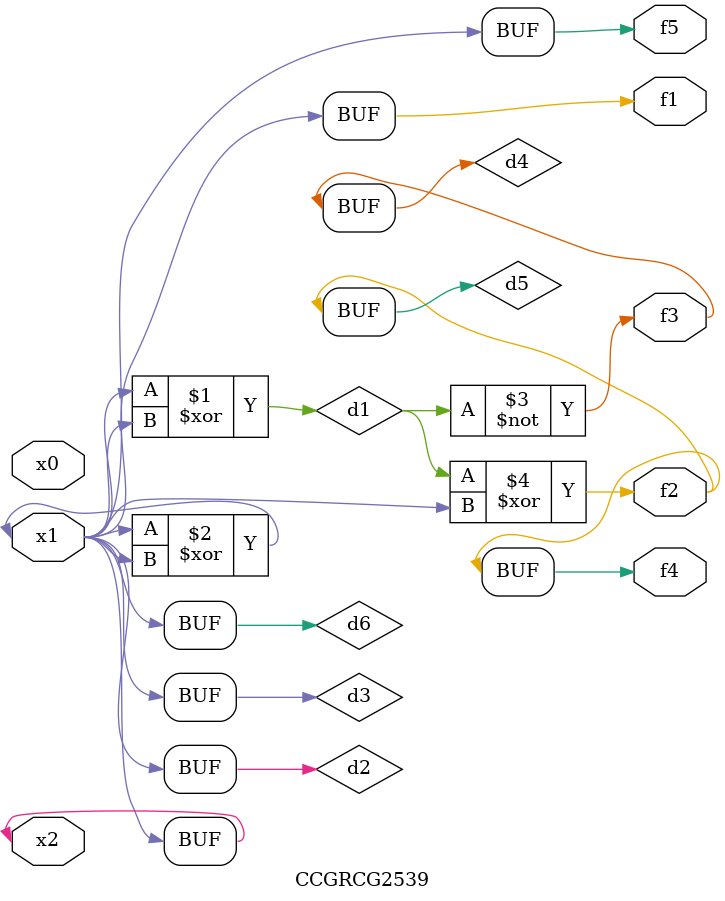
<source format=v>
module CCGRCG2539(
	input x0, x1, x2,
	output f1, f2, f3, f4, f5
);

	wire d1, d2, d3, d4, d5, d6;

	xor (d1, x1, x2);
	buf (d2, x1, x2);
	xor (d3, x1, x2);
	nor (d4, d1);
	xor (d5, d1, d2);
	buf (d6, d2, d3);
	assign f1 = d6;
	assign f2 = d5;
	assign f3 = d4;
	assign f4 = d5;
	assign f5 = d6;
endmodule

</source>
